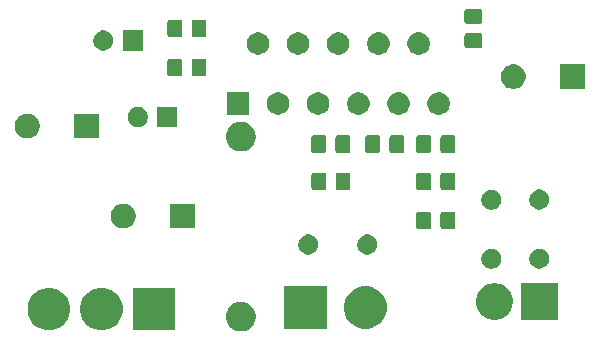
<source format=gbr>
G04 #@! TF.GenerationSoftware,KiCad,Pcbnew,5.1.6-c6e7f7d~87~ubuntu18.04.1*
G04 #@! TF.CreationDate,2020-08-21T12:14:16-04:00*
G04 #@! TF.ProjectId,lm3886_stereo_amp,6c6d3338-3836-45f7-9374-6572656f5f61,1*
G04 #@! TF.SameCoordinates,Original*
G04 #@! TF.FileFunction,Soldermask,Top*
G04 #@! TF.FilePolarity,Negative*
%FSLAX46Y46*%
G04 Gerber Fmt 4.6, Leading zero omitted, Abs format (unit mm)*
G04 Created by KiCad (PCBNEW 5.1.6-c6e7f7d~87~ubuntu18.04.1) date 2020-08-21 12:14:16*
%MOMM*%
%LPD*%
G01*
G04 APERTURE LIST*
%ADD10C,0.100000*%
G04 APERTURE END LIST*
D10*
G36*
X142477903Y-108017075D02*
G01*
X142580689Y-108059650D01*
X142705571Y-108111378D01*
X142910466Y-108248285D01*
X143084715Y-108422534D01*
X143084716Y-108422536D01*
X143221623Y-108627431D01*
X143315925Y-108855097D01*
X143364000Y-109096786D01*
X143364000Y-109343214D01*
X143344495Y-109441271D01*
X143315925Y-109584903D01*
X143221622Y-109812571D01*
X143084715Y-110017466D01*
X142910466Y-110191715D01*
X142705571Y-110328622D01*
X142705570Y-110328623D01*
X142705569Y-110328623D01*
X142477903Y-110422925D01*
X142236214Y-110471000D01*
X141989786Y-110471000D01*
X141748097Y-110422925D01*
X141520431Y-110328623D01*
X141520430Y-110328623D01*
X141520429Y-110328622D01*
X141315534Y-110191715D01*
X141141285Y-110017466D01*
X141004378Y-109812571D01*
X140910075Y-109584903D01*
X140881505Y-109441271D01*
X140862000Y-109343214D01*
X140862000Y-109096786D01*
X140910075Y-108855097D01*
X141004377Y-108627431D01*
X141141284Y-108422536D01*
X141141285Y-108422534D01*
X141315534Y-108248285D01*
X141520429Y-108111378D01*
X141645312Y-108059650D01*
X141748097Y-108017075D01*
X141989786Y-107969000D01*
X142236214Y-107969000D01*
X142477903Y-108017075D01*
G37*
G36*
X136548060Y-110386060D02*
G01*
X132945940Y-110386060D01*
X132945940Y-106783940D01*
X136548060Y-106783940D01*
X136548060Y-110386060D01*
G37*
G36*
X126083905Y-106793789D02*
G01*
X126382350Y-106853153D01*
X126710122Y-106988921D01*
X127005109Y-107186025D01*
X127255975Y-107436891D01*
X127453079Y-107731878D01*
X127588847Y-108059650D01*
X127658060Y-108407611D01*
X127658060Y-108762389D01*
X127588847Y-109110350D01*
X127453079Y-109438122D01*
X127255975Y-109733109D01*
X127005109Y-109983975D01*
X126710122Y-110181079D01*
X126382350Y-110316847D01*
X126083905Y-110376211D01*
X126034390Y-110386060D01*
X125679610Y-110386060D01*
X125630095Y-110376211D01*
X125331650Y-110316847D01*
X125003878Y-110181079D01*
X124708891Y-109983975D01*
X124458025Y-109733109D01*
X124260921Y-109438122D01*
X124125153Y-109110350D01*
X124055940Y-108762389D01*
X124055940Y-108407611D01*
X124125153Y-108059650D01*
X124260921Y-107731878D01*
X124458025Y-107436891D01*
X124708891Y-107186025D01*
X125003878Y-106988921D01*
X125331650Y-106853153D01*
X125630095Y-106793789D01*
X125679610Y-106783940D01*
X126034390Y-106783940D01*
X126083905Y-106793789D01*
G37*
G36*
X130528905Y-106793789D02*
G01*
X130827350Y-106853153D01*
X131155122Y-106988921D01*
X131450109Y-107186025D01*
X131700975Y-107436891D01*
X131898079Y-107731878D01*
X132033847Y-108059650D01*
X132103060Y-108407611D01*
X132103060Y-108762389D01*
X132033847Y-109110350D01*
X131898079Y-109438122D01*
X131700975Y-109733109D01*
X131450109Y-109983975D01*
X131155122Y-110181079D01*
X130827350Y-110316847D01*
X130528905Y-110376211D01*
X130479390Y-110386060D01*
X130124610Y-110386060D01*
X130075095Y-110376211D01*
X129776650Y-110316847D01*
X129448878Y-110181079D01*
X129153891Y-109983975D01*
X128903025Y-109733109D01*
X128705921Y-109438122D01*
X128570153Y-109110350D01*
X128500940Y-108762389D01*
X128500940Y-108407611D01*
X128570153Y-108059650D01*
X128705921Y-107731878D01*
X128903025Y-107436891D01*
X129153891Y-107186025D01*
X129448878Y-106988921D01*
X129776650Y-106853153D01*
X130075095Y-106793789D01*
X130124610Y-106783940D01*
X130479390Y-106783940D01*
X130528905Y-106793789D01*
G37*
G36*
X149375060Y-110259060D02*
G01*
X145772940Y-110259060D01*
X145772940Y-106656940D01*
X149375060Y-106656940D01*
X149375060Y-110259060D01*
G37*
G36*
X152880905Y-106666789D02*
G01*
X153179350Y-106726153D01*
X153507122Y-106861921D01*
X153802109Y-107059025D01*
X154052975Y-107309891D01*
X154250079Y-107604878D01*
X154385847Y-107932650D01*
X154455060Y-108280611D01*
X154455060Y-108635389D01*
X154385847Y-108983350D01*
X154250079Y-109311122D01*
X154052975Y-109606109D01*
X153802109Y-109856975D01*
X153507122Y-110054079D01*
X153179350Y-110189847D01*
X152880905Y-110249211D01*
X152831390Y-110259060D01*
X152476610Y-110259060D01*
X152427095Y-110249211D01*
X152128650Y-110189847D01*
X151800878Y-110054079D01*
X151505891Y-109856975D01*
X151255025Y-109606109D01*
X151057921Y-109311122D01*
X150922153Y-108983350D01*
X150852940Y-108635389D01*
X150852940Y-108280611D01*
X150922153Y-107932650D01*
X151057921Y-107604878D01*
X151255025Y-107309891D01*
X151505891Y-107059025D01*
X151800878Y-106861921D01*
X152128650Y-106726153D01*
X152427095Y-106666789D01*
X152476610Y-106656940D01*
X152831390Y-106656940D01*
X152880905Y-106666789D01*
G37*
G36*
X168936870Y-109500870D02*
G01*
X165835130Y-109500870D01*
X165835130Y-106399130D01*
X168936870Y-106399130D01*
X168936870Y-109500870D01*
G37*
G36*
X163928497Y-106438863D02*
G01*
X164028372Y-106458729D01*
X164145279Y-106507154D01*
X164310611Y-106575636D01*
X164564621Y-106745360D01*
X164780640Y-106961379D01*
X164950364Y-107215389D01*
X165067271Y-107497629D01*
X165126870Y-107797251D01*
X165126870Y-108102749D01*
X165097921Y-108248284D01*
X165067271Y-108402372D01*
X165018846Y-108519279D01*
X164950364Y-108684611D01*
X164780640Y-108938621D01*
X164564621Y-109154640D01*
X164310611Y-109324364D01*
X164145279Y-109392846D01*
X164028372Y-109441271D01*
X163928497Y-109461137D01*
X163728749Y-109500870D01*
X163423251Y-109500870D01*
X163223503Y-109461137D01*
X163123628Y-109441271D01*
X163006721Y-109392846D01*
X162841389Y-109324364D01*
X162587379Y-109154640D01*
X162371360Y-108938621D01*
X162201636Y-108684611D01*
X162133154Y-108519279D01*
X162084729Y-108402372D01*
X162054079Y-108248284D01*
X162025130Y-108102749D01*
X162025130Y-107797251D01*
X162084729Y-107497629D01*
X162201636Y-107215389D01*
X162371360Y-106961379D01*
X162587379Y-106745360D01*
X162841389Y-106575636D01*
X163006721Y-106507154D01*
X163123628Y-106458729D01*
X163223503Y-106438863D01*
X163423251Y-106399130D01*
X163728749Y-106399130D01*
X163928497Y-106438863D01*
G37*
G36*
X163570228Y-103512203D02*
G01*
X163725100Y-103576353D01*
X163864481Y-103669485D01*
X163983015Y-103788019D01*
X164076147Y-103927400D01*
X164140297Y-104082272D01*
X164173000Y-104246684D01*
X164173000Y-104414316D01*
X164140297Y-104578728D01*
X164076147Y-104733600D01*
X163983015Y-104872981D01*
X163864481Y-104991515D01*
X163725100Y-105084647D01*
X163570228Y-105148797D01*
X163405816Y-105181500D01*
X163238184Y-105181500D01*
X163073772Y-105148797D01*
X162918900Y-105084647D01*
X162779519Y-104991515D01*
X162660985Y-104872981D01*
X162567853Y-104733600D01*
X162503703Y-104578728D01*
X162471000Y-104414316D01*
X162471000Y-104246684D01*
X162503703Y-104082272D01*
X162567853Y-103927400D01*
X162660985Y-103788019D01*
X162779519Y-103669485D01*
X162918900Y-103576353D01*
X163073772Y-103512203D01*
X163238184Y-103479500D01*
X163405816Y-103479500D01*
X163570228Y-103512203D01*
G37*
G36*
X167634228Y-103495703D02*
G01*
X167789100Y-103559853D01*
X167928481Y-103652985D01*
X168047015Y-103771519D01*
X168140147Y-103910900D01*
X168204297Y-104065772D01*
X168237000Y-104230184D01*
X168237000Y-104397816D01*
X168204297Y-104562228D01*
X168140147Y-104717100D01*
X168047015Y-104856481D01*
X167928481Y-104975015D01*
X167789100Y-105068147D01*
X167634228Y-105132297D01*
X167469816Y-105165000D01*
X167302184Y-105165000D01*
X167137772Y-105132297D01*
X166982900Y-105068147D01*
X166843519Y-104975015D01*
X166724985Y-104856481D01*
X166631853Y-104717100D01*
X166567703Y-104562228D01*
X166535000Y-104397816D01*
X166535000Y-104230184D01*
X166567703Y-104065772D01*
X166631853Y-103910900D01*
X166724985Y-103771519D01*
X166843519Y-103652985D01*
X166982900Y-103559853D01*
X167137772Y-103495703D01*
X167302184Y-103463000D01*
X167469816Y-103463000D01*
X167634228Y-103495703D01*
G37*
G36*
X148076228Y-102305703D02*
G01*
X148231100Y-102369853D01*
X148370481Y-102462985D01*
X148489015Y-102581519D01*
X148582147Y-102720900D01*
X148646297Y-102875772D01*
X148679000Y-103040184D01*
X148679000Y-103207816D01*
X148646297Y-103372228D01*
X148582147Y-103527100D01*
X148489015Y-103666481D01*
X148370481Y-103785015D01*
X148231100Y-103878147D01*
X148076228Y-103942297D01*
X147911816Y-103975000D01*
X147744184Y-103975000D01*
X147579772Y-103942297D01*
X147424900Y-103878147D01*
X147285519Y-103785015D01*
X147166985Y-103666481D01*
X147073853Y-103527100D01*
X147009703Y-103372228D01*
X146977000Y-103207816D01*
X146977000Y-103040184D01*
X147009703Y-102875772D01*
X147073853Y-102720900D01*
X147166985Y-102581519D01*
X147285519Y-102462985D01*
X147424900Y-102369853D01*
X147579772Y-102305703D01*
X147744184Y-102273000D01*
X147911816Y-102273000D01*
X148076228Y-102305703D01*
G37*
G36*
X153076228Y-102305703D02*
G01*
X153231100Y-102369853D01*
X153370481Y-102462985D01*
X153489015Y-102581519D01*
X153582147Y-102720900D01*
X153646297Y-102875772D01*
X153679000Y-103040184D01*
X153679000Y-103207816D01*
X153646297Y-103372228D01*
X153582147Y-103527100D01*
X153489015Y-103666481D01*
X153370481Y-103785015D01*
X153231100Y-103878147D01*
X153076228Y-103942297D01*
X152911816Y-103975000D01*
X152744184Y-103975000D01*
X152579772Y-103942297D01*
X152424900Y-103878147D01*
X152285519Y-103785015D01*
X152166985Y-103666481D01*
X152073853Y-103527100D01*
X152009703Y-103372228D01*
X151977000Y-103207816D01*
X151977000Y-103040184D01*
X152009703Y-102875772D01*
X152073853Y-102720900D01*
X152166985Y-102581519D01*
X152285519Y-102462985D01*
X152424900Y-102369853D01*
X152579772Y-102305703D01*
X152744184Y-102273000D01*
X152911816Y-102273000D01*
X153076228Y-102305703D01*
G37*
G36*
X160102674Y-100345465D02*
G01*
X160140367Y-100356899D01*
X160175103Y-100375466D01*
X160205548Y-100400452D01*
X160230534Y-100430897D01*
X160249101Y-100465633D01*
X160260535Y-100503326D01*
X160265000Y-100548661D01*
X160265000Y-101635339D01*
X160260535Y-101680674D01*
X160249101Y-101718367D01*
X160230534Y-101753103D01*
X160205548Y-101783548D01*
X160175103Y-101808534D01*
X160140367Y-101827101D01*
X160102674Y-101838535D01*
X160057339Y-101843000D01*
X159220661Y-101843000D01*
X159175326Y-101838535D01*
X159137633Y-101827101D01*
X159102897Y-101808534D01*
X159072452Y-101783548D01*
X159047466Y-101753103D01*
X159028899Y-101718367D01*
X159017465Y-101680674D01*
X159013000Y-101635339D01*
X159013000Y-100548661D01*
X159017465Y-100503326D01*
X159028899Y-100465633D01*
X159047466Y-100430897D01*
X159072452Y-100400452D01*
X159102897Y-100375466D01*
X159137633Y-100356899D01*
X159175326Y-100345465D01*
X159220661Y-100341000D01*
X160057339Y-100341000D01*
X160102674Y-100345465D01*
G37*
G36*
X158052674Y-100345465D02*
G01*
X158090367Y-100356899D01*
X158125103Y-100375466D01*
X158155548Y-100400452D01*
X158180534Y-100430897D01*
X158199101Y-100465633D01*
X158210535Y-100503326D01*
X158215000Y-100548661D01*
X158215000Y-101635339D01*
X158210535Y-101680674D01*
X158199101Y-101718367D01*
X158180534Y-101753103D01*
X158155548Y-101783548D01*
X158125103Y-101808534D01*
X158090367Y-101827101D01*
X158052674Y-101838535D01*
X158007339Y-101843000D01*
X157170661Y-101843000D01*
X157125326Y-101838535D01*
X157087633Y-101827101D01*
X157052897Y-101808534D01*
X157022452Y-101783548D01*
X156997466Y-101753103D01*
X156978899Y-101718367D01*
X156967465Y-101680674D01*
X156963000Y-101635339D01*
X156963000Y-100548661D01*
X156967465Y-100503326D01*
X156978899Y-100465633D01*
X156997466Y-100430897D01*
X157022452Y-100400452D01*
X157052897Y-100375466D01*
X157087633Y-100356899D01*
X157125326Y-100345465D01*
X157170661Y-100341000D01*
X158007339Y-100341000D01*
X158052674Y-100345465D01*
G37*
G36*
X138211000Y-101762000D02*
G01*
X136109000Y-101762000D01*
X136109000Y-99660000D01*
X138211000Y-99660000D01*
X138211000Y-101762000D01*
G37*
G36*
X132466564Y-99700389D02*
G01*
X132657833Y-99779615D01*
X132657835Y-99779616D01*
X132829973Y-99894635D01*
X132976365Y-100041027D01*
X133048375Y-100148797D01*
X133091385Y-100213167D01*
X133170611Y-100404436D01*
X133211000Y-100607484D01*
X133211000Y-100814516D01*
X133170611Y-101017564D01*
X133091385Y-101208833D01*
X133091384Y-101208835D01*
X132976365Y-101380973D01*
X132829973Y-101527365D01*
X132657835Y-101642384D01*
X132657834Y-101642385D01*
X132657833Y-101642385D01*
X132466564Y-101721611D01*
X132263516Y-101762000D01*
X132056484Y-101762000D01*
X131853436Y-101721611D01*
X131662167Y-101642385D01*
X131662166Y-101642385D01*
X131662165Y-101642384D01*
X131490027Y-101527365D01*
X131343635Y-101380973D01*
X131228616Y-101208835D01*
X131228615Y-101208833D01*
X131149389Y-101017564D01*
X131109000Y-100814516D01*
X131109000Y-100607484D01*
X131149389Y-100404436D01*
X131228615Y-100213167D01*
X131271626Y-100148797D01*
X131343635Y-100041027D01*
X131490027Y-99894635D01*
X131662165Y-99779616D01*
X131662167Y-99779615D01*
X131853436Y-99700389D01*
X132056484Y-99660000D01*
X132263516Y-99660000D01*
X132466564Y-99700389D01*
G37*
G36*
X163570228Y-98512203D02*
G01*
X163725100Y-98576353D01*
X163864481Y-98669485D01*
X163983015Y-98788019D01*
X164076147Y-98927400D01*
X164140297Y-99082272D01*
X164173000Y-99246684D01*
X164173000Y-99414316D01*
X164140297Y-99578728D01*
X164076147Y-99733600D01*
X163983015Y-99872981D01*
X163864481Y-99991515D01*
X163725100Y-100084647D01*
X163570228Y-100148797D01*
X163405816Y-100181500D01*
X163238184Y-100181500D01*
X163073772Y-100148797D01*
X162918900Y-100084647D01*
X162779519Y-99991515D01*
X162660985Y-99872981D01*
X162567853Y-99733600D01*
X162503703Y-99578728D01*
X162471000Y-99414316D01*
X162471000Y-99246684D01*
X162503703Y-99082272D01*
X162567853Y-98927400D01*
X162660985Y-98788019D01*
X162779519Y-98669485D01*
X162918900Y-98576353D01*
X163073772Y-98512203D01*
X163238184Y-98479500D01*
X163405816Y-98479500D01*
X163570228Y-98512203D01*
G37*
G36*
X167634228Y-98495703D02*
G01*
X167789100Y-98559853D01*
X167928481Y-98652985D01*
X168047015Y-98771519D01*
X168140147Y-98910900D01*
X168204297Y-99065772D01*
X168237000Y-99230184D01*
X168237000Y-99397816D01*
X168204297Y-99562228D01*
X168140147Y-99717100D01*
X168047015Y-99856481D01*
X167928481Y-99975015D01*
X167789100Y-100068147D01*
X167634228Y-100132297D01*
X167469816Y-100165000D01*
X167302184Y-100165000D01*
X167137772Y-100132297D01*
X166982900Y-100068147D01*
X166843519Y-99975015D01*
X166724985Y-99856481D01*
X166631853Y-99717100D01*
X166567703Y-99562228D01*
X166535000Y-99397816D01*
X166535000Y-99230184D01*
X166567703Y-99065772D01*
X166631853Y-98910900D01*
X166724985Y-98771519D01*
X166843519Y-98652985D01*
X166982900Y-98559853D01*
X167137772Y-98495703D01*
X167302184Y-98463000D01*
X167469816Y-98463000D01*
X167634228Y-98495703D01*
G37*
G36*
X160102674Y-97043465D02*
G01*
X160140367Y-97054899D01*
X160175103Y-97073466D01*
X160205548Y-97098452D01*
X160230534Y-97128897D01*
X160249101Y-97163633D01*
X160260535Y-97201326D01*
X160265000Y-97246661D01*
X160265000Y-98333339D01*
X160260535Y-98378674D01*
X160249101Y-98416367D01*
X160230534Y-98451103D01*
X160205548Y-98481548D01*
X160175103Y-98506534D01*
X160140367Y-98525101D01*
X160102674Y-98536535D01*
X160057339Y-98541000D01*
X159220661Y-98541000D01*
X159175326Y-98536535D01*
X159137633Y-98525101D01*
X159102897Y-98506534D01*
X159072452Y-98481548D01*
X159047466Y-98451103D01*
X159028899Y-98416367D01*
X159017465Y-98378674D01*
X159013000Y-98333339D01*
X159013000Y-97246661D01*
X159017465Y-97201326D01*
X159028899Y-97163633D01*
X159047466Y-97128897D01*
X159072452Y-97098452D01*
X159102897Y-97073466D01*
X159137633Y-97054899D01*
X159175326Y-97043465D01*
X159220661Y-97039000D01*
X160057339Y-97039000D01*
X160102674Y-97043465D01*
G37*
G36*
X158052674Y-97043465D02*
G01*
X158090367Y-97054899D01*
X158125103Y-97073466D01*
X158155548Y-97098452D01*
X158180534Y-97128897D01*
X158199101Y-97163633D01*
X158210535Y-97201326D01*
X158215000Y-97246661D01*
X158215000Y-98333339D01*
X158210535Y-98378674D01*
X158199101Y-98416367D01*
X158180534Y-98451103D01*
X158155548Y-98481548D01*
X158125103Y-98506534D01*
X158090367Y-98525101D01*
X158052674Y-98536535D01*
X158007339Y-98541000D01*
X157170661Y-98541000D01*
X157125326Y-98536535D01*
X157087633Y-98525101D01*
X157052897Y-98506534D01*
X157022452Y-98481548D01*
X156997466Y-98451103D01*
X156978899Y-98416367D01*
X156967465Y-98378674D01*
X156963000Y-98333339D01*
X156963000Y-97246661D01*
X156967465Y-97201326D01*
X156978899Y-97163633D01*
X156997466Y-97128897D01*
X157022452Y-97098452D01*
X157052897Y-97073466D01*
X157087633Y-97054899D01*
X157125326Y-97043465D01*
X157170661Y-97039000D01*
X158007339Y-97039000D01*
X158052674Y-97043465D01*
G37*
G36*
X151230674Y-97043465D02*
G01*
X151268367Y-97054899D01*
X151303103Y-97073466D01*
X151333548Y-97098452D01*
X151358534Y-97128897D01*
X151377101Y-97163633D01*
X151388535Y-97201326D01*
X151393000Y-97246661D01*
X151393000Y-98333339D01*
X151388535Y-98378674D01*
X151377101Y-98416367D01*
X151358534Y-98451103D01*
X151333548Y-98481548D01*
X151303103Y-98506534D01*
X151268367Y-98525101D01*
X151230674Y-98536535D01*
X151185339Y-98541000D01*
X150348661Y-98541000D01*
X150303326Y-98536535D01*
X150265633Y-98525101D01*
X150230897Y-98506534D01*
X150200452Y-98481548D01*
X150175466Y-98451103D01*
X150156899Y-98416367D01*
X150145465Y-98378674D01*
X150141000Y-98333339D01*
X150141000Y-97246661D01*
X150145465Y-97201326D01*
X150156899Y-97163633D01*
X150175466Y-97128897D01*
X150200452Y-97098452D01*
X150230897Y-97073466D01*
X150265633Y-97054899D01*
X150303326Y-97043465D01*
X150348661Y-97039000D01*
X151185339Y-97039000D01*
X151230674Y-97043465D01*
G37*
G36*
X149180674Y-97043465D02*
G01*
X149218367Y-97054899D01*
X149253103Y-97073466D01*
X149283548Y-97098452D01*
X149308534Y-97128897D01*
X149327101Y-97163633D01*
X149338535Y-97201326D01*
X149343000Y-97246661D01*
X149343000Y-98333339D01*
X149338535Y-98378674D01*
X149327101Y-98416367D01*
X149308534Y-98451103D01*
X149283548Y-98481548D01*
X149253103Y-98506534D01*
X149218367Y-98525101D01*
X149180674Y-98536535D01*
X149135339Y-98541000D01*
X148298661Y-98541000D01*
X148253326Y-98536535D01*
X148215633Y-98525101D01*
X148180897Y-98506534D01*
X148150452Y-98481548D01*
X148125466Y-98451103D01*
X148106899Y-98416367D01*
X148095465Y-98378674D01*
X148091000Y-98333339D01*
X148091000Y-97246661D01*
X148095465Y-97201326D01*
X148106899Y-97163633D01*
X148125466Y-97128897D01*
X148150452Y-97098452D01*
X148180897Y-97073466D01*
X148215633Y-97054899D01*
X148253326Y-97043465D01*
X148298661Y-97039000D01*
X149135339Y-97039000D01*
X149180674Y-97043465D01*
G37*
G36*
X158052674Y-93868465D02*
G01*
X158090367Y-93879899D01*
X158125103Y-93898466D01*
X158155548Y-93923452D01*
X158180534Y-93953897D01*
X158199101Y-93988633D01*
X158210535Y-94026326D01*
X158215000Y-94071661D01*
X158215000Y-95158339D01*
X158210535Y-95203674D01*
X158199101Y-95241367D01*
X158180534Y-95276103D01*
X158155548Y-95306548D01*
X158125103Y-95331534D01*
X158090367Y-95350101D01*
X158052674Y-95361535D01*
X158007339Y-95366000D01*
X157170661Y-95366000D01*
X157125326Y-95361535D01*
X157087633Y-95350101D01*
X157052897Y-95331534D01*
X157022452Y-95306548D01*
X156997466Y-95276103D01*
X156978899Y-95241367D01*
X156967465Y-95203674D01*
X156963000Y-95158339D01*
X156963000Y-94071661D01*
X156967465Y-94026326D01*
X156978899Y-93988633D01*
X156997466Y-93953897D01*
X157022452Y-93923452D01*
X157052897Y-93898466D01*
X157087633Y-93879899D01*
X157125326Y-93868465D01*
X157170661Y-93864000D01*
X158007339Y-93864000D01*
X158052674Y-93868465D01*
G37*
G36*
X149162674Y-93868465D02*
G01*
X149200367Y-93879899D01*
X149235103Y-93898466D01*
X149265548Y-93923452D01*
X149290534Y-93953897D01*
X149309101Y-93988633D01*
X149320535Y-94026326D01*
X149325000Y-94071661D01*
X149325000Y-95158339D01*
X149320535Y-95203674D01*
X149309101Y-95241367D01*
X149290534Y-95276103D01*
X149265548Y-95306548D01*
X149235103Y-95331534D01*
X149200367Y-95350101D01*
X149162674Y-95361535D01*
X149117339Y-95366000D01*
X148280661Y-95366000D01*
X148235326Y-95361535D01*
X148197633Y-95350101D01*
X148162897Y-95331534D01*
X148132452Y-95306548D01*
X148107466Y-95276103D01*
X148088899Y-95241367D01*
X148077465Y-95203674D01*
X148073000Y-95158339D01*
X148073000Y-94071661D01*
X148077465Y-94026326D01*
X148088899Y-93988633D01*
X148107466Y-93953897D01*
X148132452Y-93923452D01*
X148162897Y-93898466D01*
X148197633Y-93879899D01*
X148235326Y-93868465D01*
X148280661Y-93864000D01*
X149117339Y-93864000D01*
X149162674Y-93868465D01*
G37*
G36*
X155784674Y-93868465D02*
G01*
X155822367Y-93879899D01*
X155857103Y-93898466D01*
X155887548Y-93923452D01*
X155912534Y-93953897D01*
X155931101Y-93988633D01*
X155942535Y-94026326D01*
X155947000Y-94071661D01*
X155947000Y-95158339D01*
X155942535Y-95203674D01*
X155931101Y-95241367D01*
X155912534Y-95276103D01*
X155887548Y-95306548D01*
X155857103Y-95331534D01*
X155822367Y-95350101D01*
X155784674Y-95361535D01*
X155739339Y-95366000D01*
X154902661Y-95366000D01*
X154857326Y-95361535D01*
X154819633Y-95350101D01*
X154784897Y-95331534D01*
X154754452Y-95306548D01*
X154729466Y-95276103D01*
X154710899Y-95241367D01*
X154699465Y-95203674D01*
X154695000Y-95158339D01*
X154695000Y-94071661D01*
X154699465Y-94026326D01*
X154710899Y-93988633D01*
X154729466Y-93953897D01*
X154754452Y-93923452D01*
X154784897Y-93898466D01*
X154819633Y-93879899D01*
X154857326Y-93868465D01*
X154902661Y-93864000D01*
X155739339Y-93864000D01*
X155784674Y-93868465D01*
G37*
G36*
X151212674Y-93868465D02*
G01*
X151250367Y-93879899D01*
X151285103Y-93898466D01*
X151315548Y-93923452D01*
X151340534Y-93953897D01*
X151359101Y-93988633D01*
X151370535Y-94026326D01*
X151375000Y-94071661D01*
X151375000Y-95158339D01*
X151370535Y-95203674D01*
X151359101Y-95241367D01*
X151340534Y-95276103D01*
X151315548Y-95306548D01*
X151285103Y-95331534D01*
X151250367Y-95350101D01*
X151212674Y-95361535D01*
X151167339Y-95366000D01*
X150330661Y-95366000D01*
X150285326Y-95361535D01*
X150247633Y-95350101D01*
X150212897Y-95331534D01*
X150182452Y-95306548D01*
X150157466Y-95276103D01*
X150138899Y-95241367D01*
X150127465Y-95203674D01*
X150123000Y-95158339D01*
X150123000Y-94071661D01*
X150127465Y-94026326D01*
X150138899Y-93988633D01*
X150157466Y-93953897D01*
X150182452Y-93923452D01*
X150212897Y-93898466D01*
X150247633Y-93879899D01*
X150285326Y-93868465D01*
X150330661Y-93864000D01*
X151167339Y-93864000D01*
X151212674Y-93868465D01*
G37*
G36*
X160102674Y-93868465D02*
G01*
X160140367Y-93879899D01*
X160175103Y-93898466D01*
X160205548Y-93923452D01*
X160230534Y-93953897D01*
X160249101Y-93988633D01*
X160260535Y-94026326D01*
X160265000Y-94071661D01*
X160265000Y-95158339D01*
X160260535Y-95203674D01*
X160249101Y-95241367D01*
X160230534Y-95276103D01*
X160205548Y-95306548D01*
X160175103Y-95331534D01*
X160140367Y-95350101D01*
X160102674Y-95361535D01*
X160057339Y-95366000D01*
X159220661Y-95366000D01*
X159175326Y-95361535D01*
X159137633Y-95350101D01*
X159102897Y-95331534D01*
X159072452Y-95306548D01*
X159047466Y-95276103D01*
X159028899Y-95241367D01*
X159017465Y-95203674D01*
X159013000Y-95158339D01*
X159013000Y-94071661D01*
X159017465Y-94026326D01*
X159028899Y-93988633D01*
X159047466Y-93953897D01*
X159072452Y-93923452D01*
X159102897Y-93898466D01*
X159137633Y-93879899D01*
X159175326Y-93868465D01*
X159220661Y-93864000D01*
X160057339Y-93864000D01*
X160102674Y-93868465D01*
G37*
G36*
X153734674Y-93868465D02*
G01*
X153772367Y-93879899D01*
X153807103Y-93898466D01*
X153837548Y-93923452D01*
X153862534Y-93953897D01*
X153881101Y-93988633D01*
X153892535Y-94026326D01*
X153897000Y-94071661D01*
X153897000Y-95158339D01*
X153892535Y-95203674D01*
X153881101Y-95241367D01*
X153862534Y-95276103D01*
X153837548Y-95306548D01*
X153807103Y-95331534D01*
X153772367Y-95350101D01*
X153734674Y-95361535D01*
X153689339Y-95366000D01*
X152852661Y-95366000D01*
X152807326Y-95361535D01*
X152769633Y-95350101D01*
X152734897Y-95331534D01*
X152704452Y-95306548D01*
X152679466Y-95276103D01*
X152660899Y-95241367D01*
X152649465Y-95203674D01*
X152645000Y-95158339D01*
X152645000Y-94071661D01*
X152649465Y-94026326D01*
X152660899Y-93988633D01*
X152679466Y-93953897D01*
X152704452Y-93923452D01*
X152734897Y-93898466D01*
X152769633Y-93879899D01*
X152807326Y-93868465D01*
X152852661Y-93864000D01*
X153689339Y-93864000D01*
X153734674Y-93868465D01*
G37*
G36*
X142477903Y-92777075D02*
G01*
X142705571Y-92871378D01*
X142910466Y-93008285D01*
X143084715Y-93182534D01*
X143092721Y-93194516D01*
X143221623Y-93387431D01*
X143315925Y-93615097D01*
X143344942Y-93760973D01*
X143364000Y-93856787D01*
X143364000Y-94103213D01*
X143315925Y-94344903D01*
X143221622Y-94572571D01*
X143084715Y-94777466D01*
X142910466Y-94951715D01*
X142705571Y-95088622D01*
X142705570Y-95088623D01*
X142705569Y-95088623D01*
X142477903Y-95182925D01*
X142236214Y-95231000D01*
X141989786Y-95231000D01*
X141748097Y-95182925D01*
X141520431Y-95088623D01*
X141520430Y-95088623D01*
X141520429Y-95088622D01*
X141315534Y-94951715D01*
X141141285Y-94777466D01*
X141004378Y-94572571D01*
X140910075Y-94344903D01*
X140862000Y-94103213D01*
X140862000Y-93856787D01*
X140881059Y-93760973D01*
X140910075Y-93615097D01*
X141004377Y-93387431D01*
X141133279Y-93194516D01*
X141141285Y-93182534D01*
X141315534Y-93008285D01*
X141520429Y-92871378D01*
X141748097Y-92777075D01*
X141989786Y-92729000D01*
X142236214Y-92729000D01*
X142477903Y-92777075D01*
G37*
G36*
X124338564Y-92080389D02*
G01*
X124475235Y-92137000D01*
X124529835Y-92159616D01*
X124657896Y-92245184D01*
X124701973Y-92274635D01*
X124848365Y-92421027D01*
X124963385Y-92593167D01*
X125042611Y-92784436D01*
X125083000Y-92987484D01*
X125083000Y-93194516D01*
X125042611Y-93397564D01*
X124963385Y-93588833D01*
X124963384Y-93588835D01*
X124848365Y-93760973D01*
X124701973Y-93907365D01*
X124529835Y-94022384D01*
X124529834Y-94022385D01*
X124529833Y-94022385D01*
X124338564Y-94101611D01*
X124135516Y-94142000D01*
X123928484Y-94142000D01*
X123725436Y-94101611D01*
X123534167Y-94022385D01*
X123534166Y-94022385D01*
X123534165Y-94022384D01*
X123362027Y-93907365D01*
X123215635Y-93760973D01*
X123100616Y-93588835D01*
X123100615Y-93588833D01*
X123021389Y-93397564D01*
X122981000Y-93194516D01*
X122981000Y-92987484D01*
X123021389Y-92784436D01*
X123100615Y-92593167D01*
X123215635Y-92421027D01*
X123362027Y-92274635D01*
X123406104Y-92245184D01*
X123534165Y-92159616D01*
X123588765Y-92137000D01*
X123725436Y-92080389D01*
X123928484Y-92040000D01*
X124135516Y-92040000D01*
X124338564Y-92080389D01*
G37*
G36*
X130083000Y-94142000D02*
G01*
X127981000Y-94142000D01*
X127981000Y-92040000D01*
X130083000Y-92040000D01*
X130083000Y-94142000D01*
G37*
G36*
X133638228Y-91510703D02*
G01*
X133793100Y-91574853D01*
X133932481Y-91667985D01*
X134051015Y-91786519D01*
X134144147Y-91925900D01*
X134208297Y-92080772D01*
X134241000Y-92245184D01*
X134241000Y-92412816D01*
X134208297Y-92577228D01*
X134144147Y-92732100D01*
X134051015Y-92871481D01*
X133932481Y-92990015D01*
X133793100Y-93083147D01*
X133638228Y-93147297D01*
X133473816Y-93180000D01*
X133306184Y-93180000D01*
X133141772Y-93147297D01*
X132986900Y-93083147D01*
X132847519Y-92990015D01*
X132728985Y-92871481D01*
X132635853Y-92732100D01*
X132571703Y-92577228D01*
X132539000Y-92412816D01*
X132539000Y-92245184D01*
X132571703Y-92080772D01*
X132635853Y-91925900D01*
X132728985Y-91786519D01*
X132847519Y-91667985D01*
X132986900Y-91574853D01*
X133141772Y-91510703D01*
X133306184Y-91478000D01*
X133473816Y-91478000D01*
X133638228Y-91510703D01*
G37*
G36*
X136741000Y-93180000D02*
G01*
X135039000Y-93180000D01*
X135039000Y-91478000D01*
X136741000Y-91478000D01*
X136741000Y-93180000D01*
G37*
G36*
X159136395Y-90271546D02*
G01*
X159309466Y-90343234D01*
X159309467Y-90343235D01*
X159465227Y-90447310D01*
X159597690Y-90579773D01*
X159597691Y-90579775D01*
X159701766Y-90735534D01*
X159773454Y-90908605D01*
X159810000Y-91092333D01*
X159810000Y-91279667D01*
X159773454Y-91463395D01*
X159701766Y-91636466D01*
X159650081Y-91713818D01*
X159597690Y-91792227D01*
X159465227Y-91924690D01*
X159386818Y-91977081D01*
X159309466Y-92028766D01*
X159136395Y-92100454D01*
X158952667Y-92137000D01*
X158765333Y-92137000D01*
X158581605Y-92100454D01*
X158408534Y-92028766D01*
X158331182Y-91977081D01*
X158252773Y-91924690D01*
X158120310Y-91792227D01*
X158067919Y-91713818D01*
X158016234Y-91636466D01*
X157944546Y-91463395D01*
X157908000Y-91279667D01*
X157908000Y-91092333D01*
X157944546Y-90908605D01*
X158016234Y-90735534D01*
X158120309Y-90579775D01*
X158120310Y-90579773D01*
X158252773Y-90447310D01*
X158408533Y-90343235D01*
X158408534Y-90343234D01*
X158581605Y-90271546D01*
X158765333Y-90235000D01*
X158952667Y-90235000D01*
X159136395Y-90271546D01*
G37*
G36*
X152336395Y-90271546D02*
G01*
X152509466Y-90343234D01*
X152509467Y-90343235D01*
X152665227Y-90447310D01*
X152797690Y-90579773D01*
X152797691Y-90579775D01*
X152901766Y-90735534D01*
X152973454Y-90908605D01*
X153010000Y-91092333D01*
X153010000Y-91279667D01*
X152973454Y-91463395D01*
X152901766Y-91636466D01*
X152850081Y-91713818D01*
X152797690Y-91792227D01*
X152665227Y-91924690D01*
X152586818Y-91977081D01*
X152509466Y-92028766D01*
X152336395Y-92100454D01*
X152152667Y-92137000D01*
X151965333Y-92137000D01*
X151781605Y-92100454D01*
X151608534Y-92028766D01*
X151531182Y-91977081D01*
X151452773Y-91924690D01*
X151320310Y-91792227D01*
X151267919Y-91713818D01*
X151216234Y-91636466D01*
X151144546Y-91463395D01*
X151108000Y-91279667D01*
X151108000Y-91092333D01*
X151144546Y-90908605D01*
X151216234Y-90735534D01*
X151320309Y-90579775D01*
X151320310Y-90579773D01*
X151452773Y-90447310D01*
X151608533Y-90343235D01*
X151608534Y-90343234D01*
X151781605Y-90271546D01*
X151965333Y-90235000D01*
X152152667Y-90235000D01*
X152336395Y-90271546D01*
G37*
G36*
X155736395Y-90271546D02*
G01*
X155909466Y-90343234D01*
X155909467Y-90343235D01*
X156065227Y-90447310D01*
X156197690Y-90579773D01*
X156197691Y-90579775D01*
X156301766Y-90735534D01*
X156373454Y-90908605D01*
X156410000Y-91092333D01*
X156410000Y-91279667D01*
X156373454Y-91463395D01*
X156301766Y-91636466D01*
X156250081Y-91713818D01*
X156197690Y-91792227D01*
X156065227Y-91924690D01*
X155986818Y-91977081D01*
X155909466Y-92028766D01*
X155736395Y-92100454D01*
X155552667Y-92137000D01*
X155365333Y-92137000D01*
X155181605Y-92100454D01*
X155008534Y-92028766D01*
X154931182Y-91977081D01*
X154852773Y-91924690D01*
X154720310Y-91792227D01*
X154667919Y-91713818D01*
X154616234Y-91636466D01*
X154544546Y-91463395D01*
X154508000Y-91279667D01*
X154508000Y-91092333D01*
X154544546Y-90908605D01*
X154616234Y-90735534D01*
X154720309Y-90579775D01*
X154720310Y-90579773D01*
X154852773Y-90447310D01*
X155008533Y-90343235D01*
X155008534Y-90343234D01*
X155181605Y-90271546D01*
X155365333Y-90235000D01*
X155552667Y-90235000D01*
X155736395Y-90271546D01*
G37*
G36*
X148936395Y-90271546D02*
G01*
X149109466Y-90343234D01*
X149109467Y-90343235D01*
X149265227Y-90447310D01*
X149397690Y-90579773D01*
X149397691Y-90579775D01*
X149501766Y-90735534D01*
X149573454Y-90908605D01*
X149610000Y-91092333D01*
X149610000Y-91279667D01*
X149573454Y-91463395D01*
X149501766Y-91636466D01*
X149450081Y-91713818D01*
X149397690Y-91792227D01*
X149265227Y-91924690D01*
X149186818Y-91977081D01*
X149109466Y-92028766D01*
X148936395Y-92100454D01*
X148752667Y-92137000D01*
X148565333Y-92137000D01*
X148381605Y-92100454D01*
X148208534Y-92028766D01*
X148131182Y-91977081D01*
X148052773Y-91924690D01*
X147920310Y-91792227D01*
X147867919Y-91713818D01*
X147816234Y-91636466D01*
X147744546Y-91463395D01*
X147708000Y-91279667D01*
X147708000Y-91092333D01*
X147744546Y-90908605D01*
X147816234Y-90735534D01*
X147920309Y-90579775D01*
X147920310Y-90579773D01*
X148052773Y-90447310D01*
X148208533Y-90343235D01*
X148208534Y-90343234D01*
X148381605Y-90271546D01*
X148565333Y-90235000D01*
X148752667Y-90235000D01*
X148936395Y-90271546D01*
G37*
G36*
X145536395Y-90271546D02*
G01*
X145709466Y-90343234D01*
X145709467Y-90343235D01*
X145865227Y-90447310D01*
X145997690Y-90579773D01*
X145997691Y-90579775D01*
X146101766Y-90735534D01*
X146173454Y-90908605D01*
X146210000Y-91092333D01*
X146210000Y-91279667D01*
X146173454Y-91463395D01*
X146101766Y-91636466D01*
X146050081Y-91713818D01*
X145997690Y-91792227D01*
X145865227Y-91924690D01*
X145786818Y-91977081D01*
X145709466Y-92028766D01*
X145536395Y-92100454D01*
X145352667Y-92137000D01*
X145165333Y-92137000D01*
X144981605Y-92100454D01*
X144808534Y-92028766D01*
X144731182Y-91977081D01*
X144652773Y-91924690D01*
X144520310Y-91792227D01*
X144467919Y-91713818D01*
X144416234Y-91636466D01*
X144344546Y-91463395D01*
X144308000Y-91279667D01*
X144308000Y-91092333D01*
X144344546Y-90908605D01*
X144416234Y-90735534D01*
X144520309Y-90579775D01*
X144520310Y-90579773D01*
X144652773Y-90447310D01*
X144808533Y-90343235D01*
X144808534Y-90343234D01*
X144981605Y-90271546D01*
X145165333Y-90235000D01*
X145352667Y-90235000D01*
X145536395Y-90271546D01*
G37*
G36*
X142810000Y-92137000D02*
G01*
X140908000Y-92137000D01*
X140908000Y-90235000D01*
X142810000Y-90235000D01*
X142810000Y-92137000D01*
G37*
G36*
X171231000Y-89951000D02*
G01*
X169129000Y-89951000D01*
X169129000Y-87849000D01*
X171231000Y-87849000D01*
X171231000Y-89951000D01*
G37*
G36*
X165486564Y-87889389D02*
G01*
X165677833Y-87968615D01*
X165677835Y-87968616D01*
X165849973Y-88083635D01*
X165996365Y-88230027D01*
X166111385Y-88402167D01*
X166190611Y-88593436D01*
X166231000Y-88796484D01*
X166231000Y-89003516D01*
X166190611Y-89206564D01*
X166111385Y-89397833D01*
X166111384Y-89397835D01*
X165996365Y-89569973D01*
X165849973Y-89716365D01*
X165677835Y-89831384D01*
X165677834Y-89831385D01*
X165677833Y-89831385D01*
X165486564Y-89910611D01*
X165283516Y-89951000D01*
X165076484Y-89951000D01*
X164873436Y-89910611D01*
X164682167Y-89831385D01*
X164682166Y-89831385D01*
X164682165Y-89831384D01*
X164510027Y-89716365D01*
X164363635Y-89569973D01*
X164248616Y-89397835D01*
X164248615Y-89397833D01*
X164169389Y-89206564D01*
X164129000Y-89003516D01*
X164129000Y-88796484D01*
X164169389Y-88593436D01*
X164248615Y-88402167D01*
X164363635Y-88230027D01*
X164510027Y-88083635D01*
X164682165Y-87968616D01*
X164682167Y-87968615D01*
X164873436Y-87889389D01*
X165076484Y-87849000D01*
X165283516Y-87849000D01*
X165486564Y-87889389D01*
G37*
G36*
X139029674Y-87391465D02*
G01*
X139067367Y-87402899D01*
X139102103Y-87421466D01*
X139132548Y-87446452D01*
X139157534Y-87476897D01*
X139176101Y-87511633D01*
X139187535Y-87549326D01*
X139192000Y-87594661D01*
X139192000Y-88681339D01*
X139187535Y-88726674D01*
X139176101Y-88764367D01*
X139157534Y-88799103D01*
X139132548Y-88829548D01*
X139102103Y-88854534D01*
X139067367Y-88873101D01*
X139029674Y-88884535D01*
X138984339Y-88889000D01*
X138147661Y-88889000D01*
X138102326Y-88884535D01*
X138064633Y-88873101D01*
X138029897Y-88854534D01*
X137999452Y-88829548D01*
X137974466Y-88799103D01*
X137955899Y-88764367D01*
X137944465Y-88726674D01*
X137940000Y-88681339D01*
X137940000Y-87594661D01*
X137944465Y-87549326D01*
X137955899Y-87511633D01*
X137974466Y-87476897D01*
X137999452Y-87446452D01*
X138029897Y-87421466D01*
X138064633Y-87402899D01*
X138102326Y-87391465D01*
X138147661Y-87387000D01*
X138984339Y-87387000D01*
X139029674Y-87391465D01*
G37*
G36*
X136979674Y-87391465D02*
G01*
X137017367Y-87402899D01*
X137052103Y-87421466D01*
X137082548Y-87446452D01*
X137107534Y-87476897D01*
X137126101Y-87511633D01*
X137137535Y-87549326D01*
X137142000Y-87594661D01*
X137142000Y-88681339D01*
X137137535Y-88726674D01*
X137126101Y-88764367D01*
X137107534Y-88799103D01*
X137082548Y-88829548D01*
X137052103Y-88854534D01*
X137017367Y-88873101D01*
X136979674Y-88884535D01*
X136934339Y-88889000D01*
X136097661Y-88889000D01*
X136052326Y-88884535D01*
X136014633Y-88873101D01*
X135979897Y-88854534D01*
X135949452Y-88829548D01*
X135924466Y-88799103D01*
X135905899Y-88764367D01*
X135894465Y-88726674D01*
X135890000Y-88681339D01*
X135890000Y-87594661D01*
X135894465Y-87549326D01*
X135905899Y-87511633D01*
X135924466Y-87476897D01*
X135949452Y-87446452D01*
X135979897Y-87421466D01*
X136014633Y-87402899D01*
X136052326Y-87391465D01*
X136097661Y-87387000D01*
X136934339Y-87387000D01*
X136979674Y-87391465D01*
G37*
G36*
X157436395Y-85191546D02*
G01*
X157609466Y-85263234D01*
X157673048Y-85305718D01*
X157765227Y-85367310D01*
X157897690Y-85499773D01*
X157942130Y-85566282D01*
X158001766Y-85655534D01*
X158073454Y-85828605D01*
X158110000Y-86012333D01*
X158110000Y-86199667D01*
X158073454Y-86383395D01*
X158001766Y-86556466D01*
X158001765Y-86556467D01*
X157897690Y-86712227D01*
X157765227Y-86844690D01*
X157686818Y-86897081D01*
X157609466Y-86948766D01*
X157436395Y-87020454D01*
X157252667Y-87057000D01*
X157065333Y-87057000D01*
X156881605Y-87020454D01*
X156708534Y-86948766D01*
X156631182Y-86897081D01*
X156552773Y-86844690D01*
X156420310Y-86712227D01*
X156316235Y-86556467D01*
X156316234Y-86556466D01*
X156244546Y-86383395D01*
X156208000Y-86199667D01*
X156208000Y-86012333D01*
X156244546Y-85828605D01*
X156316234Y-85655534D01*
X156375870Y-85566282D01*
X156420310Y-85499773D01*
X156552773Y-85367310D01*
X156644952Y-85305718D01*
X156708534Y-85263234D01*
X156881605Y-85191546D01*
X157065333Y-85155000D01*
X157252667Y-85155000D01*
X157436395Y-85191546D01*
G37*
G36*
X154036395Y-85191546D02*
G01*
X154209466Y-85263234D01*
X154273048Y-85305718D01*
X154365227Y-85367310D01*
X154497690Y-85499773D01*
X154542130Y-85566282D01*
X154601766Y-85655534D01*
X154673454Y-85828605D01*
X154710000Y-86012333D01*
X154710000Y-86199667D01*
X154673454Y-86383395D01*
X154601766Y-86556466D01*
X154601765Y-86556467D01*
X154497690Y-86712227D01*
X154365227Y-86844690D01*
X154286818Y-86897081D01*
X154209466Y-86948766D01*
X154036395Y-87020454D01*
X153852667Y-87057000D01*
X153665333Y-87057000D01*
X153481605Y-87020454D01*
X153308534Y-86948766D01*
X153231182Y-86897081D01*
X153152773Y-86844690D01*
X153020310Y-86712227D01*
X152916235Y-86556467D01*
X152916234Y-86556466D01*
X152844546Y-86383395D01*
X152808000Y-86199667D01*
X152808000Y-86012333D01*
X152844546Y-85828605D01*
X152916234Y-85655534D01*
X152975870Y-85566282D01*
X153020310Y-85499773D01*
X153152773Y-85367310D01*
X153244952Y-85305718D01*
X153308534Y-85263234D01*
X153481605Y-85191546D01*
X153665333Y-85155000D01*
X153852667Y-85155000D01*
X154036395Y-85191546D01*
G37*
G36*
X150636395Y-85191546D02*
G01*
X150809466Y-85263234D01*
X150873048Y-85305718D01*
X150965227Y-85367310D01*
X151097690Y-85499773D01*
X151142130Y-85566282D01*
X151201766Y-85655534D01*
X151273454Y-85828605D01*
X151310000Y-86012333D01*
X151310000Y-86199667D01*
X151273454Y-86383395D01*
X151201766Y-86556466D01*
X151201765Y-86556467D01*
X151097690Y-86712227D01*
X150965227Y-86844690D01*
X150886818Y-86897081D01*
X150809466Y-86948766D01*
X150636395Y-87020454D01*
X150452667Y-87057000D01*
X150265333Y-87057000D01*
X150081605Y-87020454D01*
X149908534Y-86948766D01*
X149831182Y-86897081D01*
X149752773Y-86844690D01*
X149620310Y-86712227D01*
X149516235Y-86556467D01*
X149516234Y-86556466D01*
X149444546Y-86383395D01*
X149408000Y-86199667D01*
X149408000Y-86012333D01*
X149444546Y-85828605D01*
X149516234Y-85655534D01*
X149575870Y-85566282D01*
X149620310Y-85499773D01*
X149752773Y-85367310D01*
X149844952Y-85305718D01*
X149908534Y-85263234D01*
X150081605Y-85191546D01*
X150265333Y-85155000D01*
X150452667Y-85155000D01*
X150636395Y-85191546D01*
G37*
G36*
X147236395Y-85191546D02*
G01*
X147409466Y-85263234D01*
X147473048Y-85305718D01*
X147565227Y-85367310D01*
X147697690Y-85499773D01*
X147742130Y-85566282D01*
X147801766Y-85655534D01*
X147873454Y-85828605D01*
X147910000Y-86012333D01*
X147910000Y-86199667D01*
X147873454Y-86383395D01*
X147801766Y-86556466D01*
X147801765Y-86556467D01*
X147697690Y-86712227D01*
X147565227Y-86844690D01*
X147486818Y-86897081D01*
X147409466Y-86948766D01*
X147236395Y-87020454D01*
X147052667Y-87057000D01*
X146865333Y-87057000D01*
X146681605Y-87020454D01*
X146508534Y-86948766D01*
X146431182Y-86897081D01*
X146352773Y-86844690D01*
X146220310Y-86712227D01*
X146116235Y-86556467D01*
X146116234Y-86556466D01*
X146044546Y-86383395D01*
X146008000Y-86199667D01*
X146008000Y-86012333D01*
X146044546Y-85828605D01*
X146116234Y-85655534D01*
X146175870Y-85566282D01*
X146220310Y-85499773D01*
X146352773Y-85367310D01*
X146444952Y-85305718D01*
X146508534Y-85263234D01*
X146681605Y-85191546D01*
X146865333Y-85155000D01*
X147052667Y-85155000D01*
X147236395Y-85191546D01*
G37*
G36*
X143836395Y-85191546D02*
G01*
X144009466Y-85263234D01*
X144073048Y-85305718D01*
X144165227Y-85367310D01*
X144297690Y-85499773D01*
X144342130Y-85566282D01*
X144401766Y-85655534D01*
X144473454Y-85828605D01*
X144510000Y-86012333D01*
X144510000Y-86199667D01*
X144473454Y-86383395D01*
X144401766Y-86556466D01*
X144401765Y-86556467D01*
X144297690Y-86712227D01*
X144165227Y-86844690D01*
X144086818Y-86897081D01*
X144009466Y-86948766D01*
X143836395Y-87020454D01*
X143652667Y-87057000D01*
X143465333Y-87057000D01*
X143281605Y-87020454D01*
X143108534Y-86948766D01*
X143031182Y-86897081D01*
X142952773Y-86844690D01*
X142820310Y-86712227D01*
X142716235Y-86556467D01*
X142716234Y-86556466D01*
X142644546Y-86383395D01*
X142608000Y-86199667D01*
X142608000Y-86012333D01*
X142644546Y-85828605D01*
X142716234Y-85655534D01*
X142775870Y-85566282D01*
X142820310Y-85499773D01*
X142952773Y-85367310D01*
X143044952Y-85305718D01*
X143108534Y-85263234D01*
X143281605Y-85191546D01*
X143465333Y-85155000D01*
X143652667Y-85155000D01*
X143836395Y-85191546D01*
G37*
G36*
X130717228Y-85033703D02*
G01*
X130872100Y-85097853D01*
X131011481Y-85190985D01*
X131130015Y-85309519D01*
X131223147Y-85448900D01*
X131287297Y-85603772D01*
X131320000Y-85768184D01*
X131320000Y-85935816D01*
X131287297Y-86100228D01*
X131223147Y-86255100D01*
X131130015Y-86394481D01*
X131011481Y-86513015D01*
X130872100Y-86606147D01*
X130717228Y-86670297D01*
X130552816Y-86703000D01*
X130385184Y-86703000D01*
X130220772Y-86670297D01*
X130065900Y-86606147D01*
X129926519Y-86513015D01*
X129807985Y-86394481D01*
X129714853Y-86255100D01*
X129650703Y-86100228D01*
X129618000Y-85935816D01*
X129618000Y-85768184D01*
X129650703Y-85603772D01*
X129714853Y-85448900D01*
X129807985Y-85309519D01*
X129926519Y-85190985D01*
X130065900Y-85097853D01*
X130220772Y-85033703D01*
X130385184Y-85001000D01*
X130552816Y-85001000D01*
X130717228Y-85033703D01*
G37*
G36*
X133820000Y-86703000D02*
G01*
X132118000Y-86703000D01*
X132118000Y-85001000D01*
X133820000Y-85001000D01*
X133820000Y-86703000D01*
G37*
G36*
X162386674Y-85230465D02*
G01*
X162424367Y-85241899D01*
X162459103Y-85260466D01*
X162489548Y-85285452D01*
X162514534Y-85315897D01*
X162533101Y-85350633D01*
X162544535Y-85388326D01*
X162549000Y-85433661D01*
X162549000Y-86270339D01*
X162544535Y-86315674D01*
X162533101Y-86353367D01*
X162514534Y-86388103D01*
X162489548Y-86418548D01*
X162459103Y-86443534D01*
X162424367Y-86462101D01*
X162386674Y-86473535D01*
X162341339Y-86478000D01*
X161254661Y-86478000D01*
X161209326Y-86473535D01*
X161171633Y-86462101D01*
X161136897Y-86443534D01*
X161106452Y-86418548D01*
X161081466Y-86388103D01*
X161062899Y-86353367D01*
X161051465Y-86315674D01*
X161047000Y-86270339D01*
X161047000Y-85433661D01*
X161051465Y-85388326D01*
X161062899Y-85350633D01*
X161081466Y-85315897D01*
X161106452Y-85285452D01*
X161136897Y-85260466D01*
X161171633Y-85241899D01*
X161209326Y-85230465D01*
X161254661Y-85226000D01*
X162341339Y-85226000D01*
X162386674Y-85230465D01*
G37*
G36*
X136988674Y-84089465D02*
G01*
X137026367Y-84100899D01*
X137061103Y-84119466D01*
X137091548Y-84144452D01*
X137116534Y-84174897D01*
X137135101Y-84209633D01*
X137146535Y-84247326D01*
X137151000Y-84292661D01*
X137151000Y-85379339D01*
X137146535Y-85424674D01*
X137135101Y-85462367D01*
X137116534Y-85497103D01*
X137091548Y-85527548D01*
X137061103Y-85552534D01*
X137026367Y-85571101D01*
X136988674Y-85582535D01*
X136943339Y-85587000D01*
X136106661Y-85587000D01*
X136061326Y-85582535D01*
X136023633Y-85571101D01*
X135988897Y-85552534D01*
X135958452Y-85527548D01*
X135933466Y-85497103D01*
X135914899Y-85462367D01*
X135903465Y-85424674D01*
X135899000Y-85379339D01*
X135899000Y-84292661D01*
X135903465Y-84247326D01*
X135914899Y-84209633D01*
X135933466Y-84174897D01*
X135958452Y-84144452D01*
X135988897Y-84119466D01*
X136023633Y-84100899D01*
X136061326Y-84089465D01*
X136106661Y-84085000D01*
X136943339Y-84085000D01*
X136988674Y-84089465D01*
G37*
G36*
X139038674Y-84089465D02*
G01*
X139076367Y-84100899D01*
X139111103Y-84119466D01*
X139141548Y-84144452D01*
X139166534Y-84174897D01*
X139185101Y-84209633D01*
X139196535Y-84247326D01*
X139201000Y-84292661D01*
X139201000Y-85379339D01*
X139196535Y-85424674D01*
X139185101Y-85462367D01*
X139166534Y-85497103D01*
X139141548Y-85527548D01*
X139111103Y-85552534D01*
X139076367Y-85571101D01*
X139038674Y-85582535D01*
X138993339Y-85587000D01*
X138156661Y-85587000D01*
X138111326Y-85582535D01*
X138073633Y-85571101D01*
X138038897Y-85552534D01*
X138008452Y-85527548D01*
X137983466Y-85497103D01*
X137964899Y-85462367D01*
X137953465Y-85424674D01*
X137949000Y-85379339D01*
X137949000Y-84292661D01*
X137953465Y-84247326D01*
X137964899Y-84209633D01*
X137983466Y-84174897D01*
X138008452Y-84144452D01*
X138038897Y-84119466D01*
X138073633Y-84100899D01*
X138111326Y-84089465D01*
X138156661Y-84085000D01*
X138993339Y-84085000D01*
X139038674Y-84089465D01*
G37*
G36*
X162386674Y-83180465D02*
G01*
X162424367Y-83191899D01*
X162459103Y-83210466D01*
X162489548Y-83235452D01*
X162514534Y-83265897D01*
X162533101Y-83300633D01*
X162544535Y-83338326D01*
X162549000Y-83383661D01*
X162549000Y-84220339D01*
X162544535Y-84265674D01*
X162533101Y-84303367D01*
X162514534Y-84338103D01*
X162489548Y-84368548D01*
X162459103Y-84393534D01*
X162424367Y-84412101D01*
X162386674Y-84423535D01*
X162341339Y-84428000D01*
X161254661Y-84428000D01*
X161209326Y-84423535D01*
X161171633Y-84412101D01*
X161136897Y-84393534D01*
X161106452Y-84368548D01*
X161081466Y-84338103D01*
X161062899Y-84303367D01*
X161051465Y-84265674D01*
X161047000Y-84220339D01*
X161047000Y-83383661D01*
X161051465Y-83338326D01*
X161062899Y-83300633D01*
X161081466Y-83265897D01*
X161106452Y-83235452D01*
X161136897Y-83210466D01*
X161171633Y-83191899D01*
X161209326Y-83180465D01*
X161254661Y-83176000D01*
X162341339Y-83176000D01*
X162386674Y-83180465D01*
G37*
M02*

</source>
